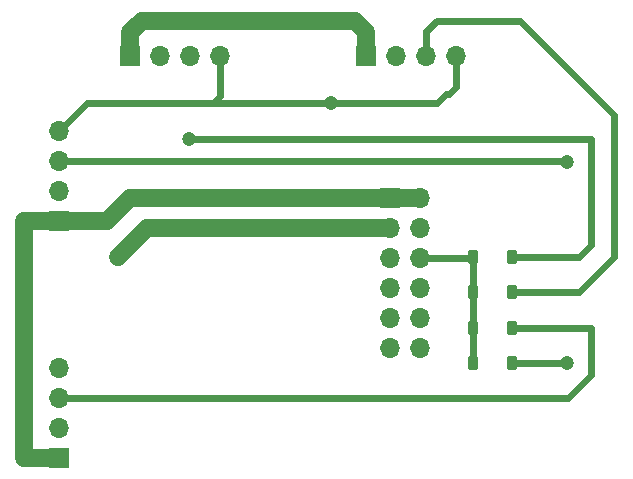
<source format=gbr>
%TF.GenerationSoftware,KiCad,Pcbnew,9.0.0*%
%TF.CreationDate,2025-03-24T14:11:43-07:00*%
%TF.ProjectId,SMRRC_PacketSerial,534d5252-435f-4506-9163-6b6574536572,n/c*%
%TF.SameCoordinates,Original*%
%TF.FileFunction,Copper,L1,Top*%
%TF.FilePolarity,Positive*%
%FSLAX46Y46*%
G04 Gerber Fmt 4.6, Leading zero omitted, Abs format (unit mm)*
G04 Created by KiCad (PCBNEW 9.0.0) date 2025-03-24 14:11:43*
%MOMM*%
%LPD*%
G01*
G04 APERTURE LIST*
G04 Aperture macros list*
%AMRoundRect*
0 Rectangle with rounded corners*
0 $1 Rounding radius*
0 $2 $3 $4 $5 $6 $7 $8 $9 X,Y pos of 4 corners*
0 Add a 4 corners polygon primitive as box body*
4,1,4,$2,$3,$4,$5,$6,$7,$8,$9,$2,$3,0*
0 Add four circle primitives for the rounded corners*
1,1,$1+$1,$2,$3*
1,1,$1+$1,$4,$5*
1,1,$1+$1,$6,$7*
1,1,$1+$1,$8,$9*
0 Add four rect primitives between the rounded corners*
20,1,$1+$1,$2,$3,$4,$5,0*
20,1,$1+$1,$4,$5,$6,$7,0*
20,1,$1+$1,$6,$7,$8,$9,0*
20,1,$1+$1,$8,$9,$2,$3,0*%
G04 Aperture macros list end*
%TA.AperFunction,ComponentPad*%
%ADD10R,1.700000X1.700000*%
%TD*%
%TA.AperFunction,ComponentPad*%
%ADD11O,1.700000X1.700000*%
%TD*%
%TA.AperFunction,SMDPad,CuDef*%
%ADD12RoundRect,0.225000X0.225000X0.375000X-0.225000X0.375000X-0.225000X-0.375000X0.225000X-0.375000X0*%
%TD*%
%TA.AperFunction,ViaPad*%
%ADD13C,1.200000*%
%TD*%
%TA.AperFunction,Conductor*%
%ADD14C,0.600000*%
%TD*%
%TA.AperFunction,Conductor*%
%ADD15C,1.500000*%
%TD*%
G04 APERTURE END LIST*
D10*
%TO.P,J5,1,Pin_1*%
%TO.N,+12V*%
X133000000Y-67000000D03*
D11*
%TO.P,J5,2,Pin_2*%
X135540000Y-67000000D03*
%TO.P,J5,3,Pin_3*%
%TO.N,GND*%
X133000000Y-69540000D03*
%TO.P,J5,4,Pin_4*%
X135540000Y-69540000D03*
%TO.P,J5,5,Pin_5*%
%TO.N,TX*%
X133000000Y-72080000D03*
%TO.P,J5,6,Pin_6*%
%TO.N,RX*%
X135540000Y-72080000D03*
%TO.P,J5,7,Pin_7*%
%TO.N,unconnected-(J5-Pin_7-Pad7)*%
X133000000Y-74620000D03*
%TO.P,J5,8,Pin_8*%
%TO.N,unconnected-(J5-Pin_8-Pad8)*%
X135540000Y-74620000D03*
%TO.P,J5,9,Pin_9*%
%TO.N,unconnected-(J5-Pin_9-Pad9)*%
X133000000Y-77160000D03*
%TO.P,J5,10,Pin_10*%
%TO.N,unconnected-(J5-Pin_10-Pad10)*%
X135540000Y-77160000D03*
%TO.P,J5,11,Pin_11*%
%TO.N,unconnected-(J5-Pin_11-Pad11)*%
X133000000Y-79700000D03*
%TO.P,J5,12,Pin_12*%
%TO.N,unconnected-(J5-Pin_12-Pad12)*%
X135540000Y-79700000D03*
%TD*%
D10*
%TO.P,J4,1,Pin_1*%
%TO.N,+12V*%
X105000000Y-69000000D03*
D11*
%TO.P,J4,2,Pin_2*%
%TO.N,GND*%
X105000000Y-66460000D03*
%TO.P,J4,3,Pin_3*%
%TO.N,Net-(D4-K)*%
X105000000Y-63920000D03*
%TO.P,J4,4,Pin_4*%
%TO.N,TX*%
X105000000Y-61380000D03*
%TD*%
D10*
%TO.P,J3,1,Pin_1*%
%TO.N,+12V*%
X105000000Y-89000000D03*
D11*
%TO.P,J3,2,Pin_2*%
%TO.N,GND*%
X105000000Y-86460000D03*
%TO.P,J3,3,Pin_3*%
%TO.N,Net-(D3-K)*%
X105000000Y-83920000D03*
%TO.P,J3,4,Pin_4*%
%TO.N,TX*%
X105000000Y-81380000D03*
%TD*%
D10*
%TO.P,J2,1,Pin_1*%
%TO.N,+12V*%
X131000000Y-55000000D03*
D11*
%TO.P,J2,2,Pin_2*%
%TO.N,GND*%
X133540000Y-55000000D03*
%TO.P,J2,3,Pin_3*%
%TO.N,Net-(D2-K)*%
X136080000Y-55000000D03*
%TO.P,J2,4,Pin_4*%
%TO.N,TX*%
X138620000Y-55000000D03*
%TD*%
D10*
%TO.P,J1,1,Pin_1*%
%TO.N,+12V*%
X111000000Y-55000000D03*
D11*
%TO.P,J1,2,Pin_2*%
%TO.N,GND*%
X113540000Y-55000000D03*
%TO.P,J1,3,Pin_3*%
%TO.N,Net-(D1-K)*%
X116080000Y-55000000D03*
%TO.P,J1,4,Pin_4*%
%TO.N,TX*%
X118620000Y-55000000D03*
%TD*%
D12*
%TO.P,D4,1,K*%
%TO.N,Net-(D4-K)*%
X143300000Y-81000000D03*
%TO.P,D4,2,A*%
%TO.N,RX*%
X140000000Y-81000000D03*
%TD*%
%TO.P,D3,1,K*%
%TO.N,Net-(D3-K)*%
X143300000Y-78000000D03*
%TO.P,D3,2,A*%
%TO.N,RX*%
X140000000Y-78000000D03*
%TD*%
%TO.P,D2,1,K*%
%TO.N,Net-(D2-K)*%
X143300000Y-75000000D03*
%TO.P,D2,2,A*%
%TO.N,RX*%
X140000000Y-75000000D03*
%TD*%
%TO.P,D1,1,K*%
%TO.N,Net-(D1-K)*%
X143300000Y-72000000D03*
%TO.P,D1,2,A*%
%TO.N,RX*%
X140000000Y-72000000D03*
%TD*%
D13*
%TO.N,Net-(D1-K)*%
X116000000Y-62000000D03*
%TO.N,Net-(D4-K)*%
X148000000Y-64000000D03*
X148000000Y-81000000D03*
%TO.N,TX*%
X128000000Y-59000000D03*
%TO.N,GND*%
X110000000Y-72000000D03*
%TD*%
D14*
%TO.N,Net-(D3-K)*%
X143300000Y-78000000D02*
X150000000Y-78000000D01*
X150000000Y-78000000D02*
X150000000Y-82000000D01*
X148080000Y-83920000D02*
X105000000Y-83920000D01*
X150000000Y-82000000D02*
X148080000Y-83920000D01*
%TO.N,Net-(D2-K)*%
X136080000Y-55000000D02*
X136080000Y-52920000D01*
X136080000Y-52920000D02*
X137000000Y-52000000D01*
X149000000Y-75000000D02*
X143300000Y-75000000D01*
X137000000Y-52000000D02*
X144000000Y-52000000D01*
X144000000Y-52000000D02*
X152000000Y-60000000D01*
X152000000Y-60000000D02*
X152000000Y-72000000D01*
X152000000Y-72000000D02*
X149000000Y-75000000D01*
%TO.N,Net-(D1-K)*%
X116000000Y-62000000D02*
X150000000Y-62000000D01*
X149000000Y-72000000D02*
X143300000Y-72000000D01*
X150000000Y-62000000D02*
X150000000Y-71000000D01*
X150000000Y-71000000D02*
X149000000Y-72000000D01*
%TO.N,Net-(D4-K)*%
X148000000Y-81000000D02*
X143300000Y-81000000D01*
X147920000Y-63920000D02*
X148000000Y-64000000D01*
X105000000Y-63920000D02*
X147920000Y-63920000D01*
%TO.N,TX*%
X128000000Y-59000000D02*
X137000000Y-59000000D01*
X107380000Y-59000000D02*
X118000000Y-59000000D01*
X118620000Y-58380000D02*
X118000000Y-59000000D01*
X118620000Y-55000000D02*
X118620000Y-58380000D01*
X138000000Y-58240000D02*
X137760000Y-58240000D01*
X137760000Y-58240000D02*
X137000000Y-59000000D01*
X138620000Y-57620000D02*
X138000000Y-58240000D01*
X105000000Y-61380000D02*
X107380000Y-59000000D01*
X138620000Y-57620000D02*
X138620000Y-55000000D01*
X118000000Y-59000000D02*
X128000000Y-59000000D01*
D15*
%TO.N,GND*%
X133000000Y-69540000D02*
X112460000Y-69540000D01*
X112460000Y-69540000D02*
X110000000Y-72000000D01*
%TO.N,+12V*%
X111000000Y-55000000D02*
X111000000Y-53000000D01*
X130000000Y-52000000D02*
X131000000Y-53000000D01*
X111000000Y-53000000D02*
X112000000Y-52000000D01*
X112000000Y-52000000D02*
X130000000Y-52000000D01*
X131000000Y-53000000D02*
X131000000Y-55000000D01*
X105000000Y-89000000D02*
X102000000Y-89000000D01*
X102000000Y-89000000D02*
X102000000Y-69000000D01*
X102000000Y-69000000D02*
X105000000Y-69000000D01*
X133000000Y-67000000D02*
X111000000Y-67000000D01*
X111000000Y-67000000D02*
X109000000Y-69000000D01*
X109000000Y-69000000D02*
X105000000Y-69000000D01*
X135540000Y-67000000D02*
X133000000Y-67000000D01*
D14*
%TO.N,RX*%
X140000000Y-78000000D02*
X140000000Y-81000000D01*
X140000000Y-75000000D02*
X140000000Y-78000000D01*
X140000000Y-72000000D02*
X140000000Y-75000000D01*
X135540000Y-72080000D02*
X139920000Y-72080000D01*
X139920000Y-72080000D02*
X140000000Y-72000000D01*
%TD*%
M02*

</source>
